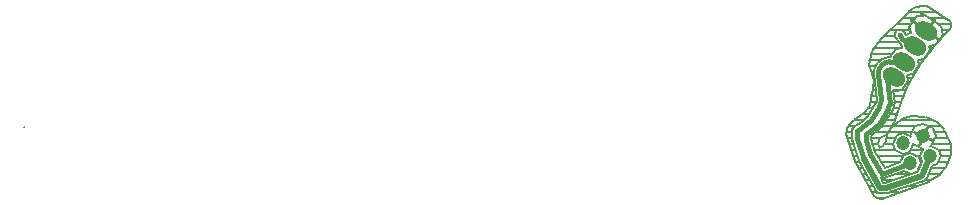
<source format=gbl>
G04*
G04 #@! TF.GenerationSoftware,Altium Limited,Altium Designer,19.1.8 (144)*
G04*
G04 Layer_Physical_Order=2*
G04 Layer_Color=16711680*
%FSAX24Y24*%
%MOIN*%
G70*
G01*
G75*
%ADD10C,0.0100*%
%ADD11C,0.0060*%
%ADD13C,0.0080*%
%ADD14C,0.0150*%
%ADD15C,0.0200*%
%ADD16C,0.0472*%
%ADD17C,0.0160*%
G04:AMPARAMS|DCode=18|XSize=55.1mil|YSize=78.7mil|CornerRadius=0mil|HoleSize=0mil|Usage=FLASHONLY|Rotation=235.000|XOffset=0mil|YOffset=0mil|HoleType=Round|Shape=Round|*
%AMOVALD18*
21,1,0.0236,0.0551,0.0000,0.0000,325.0*
1,1,0.0551,-0.0097,0.0068*
1,1,0.0551,0.0097,-0.0068*
%
%ADD18OVALD18*%

D10*
X044995Y066191D02*
X045400Y065907D01*
X044995Y066191D02*
X045211Y066498D01*
X044591Y066474D02*
X044995Y066191D01*
X044893Y062673D02*
X045197Y062531D01*
X044893Y062673D02*
X045035Y062977D01*
X044588Y062815D02*
X044893Y062673D01*
X044750Y062368D02*
X044893Y062673D01*
D11*
X043080Y063157D02*
G03*
X043091Y063162I000000J000015D01*
G01*
X014935Y062958D02*
G03*
X014928Y062972I-000021J000000D01*
G01*
X043506Y063845D02*
Y063901D01*
X044205Y065226D02*
X044273Y065159D01*
X044989Y062008D02*
X045134D01*
D13*
X045822Y066445D02*
G03*
X045726Y066556I-000112J000000D01*
G01*
X045809Y066285D02*
G03*
X045822Y066319I-000037J000034D01*
G01*
X044841Y067007D02*
G03*
X044409Y066827I000000J-000612D01*
G01*
X044066Y065838D02*
G03*
X044123Y065784I000132J000081D01*
G01*
X044066Y065838D02*
G03*
X044123Y065783I000132J000081D01*
G01*
X044913Y061183D02*
G03*
X045021Y061284I-000058J000170D01*
G01*
X044913Y061183D02*
G03*
X045021Y061283I-000058J000171D01*
G01*
X043798Y065314D02*
G03*
X043715Y065307I000000J-000553D01*
G01*
D02*
G03*
X043246Y064761I000084J-000546D01*
G01*
X043425Y065843D02*
G03*
X043092Y065040I000803J-000803D01*
G01*
X043878Y063526D02*
G03*
X043945Y063752I-000350J000226D01*
G01*
X043848Y063485D02*
G03*
X043878Y063526I-000320J000267D01*
G01*
X043507Y062967D02*
G03*
X043540Y063004I-000097J000121D01*
G01*
X043507Y062967D02*
G03*
X043540Y063004I-000097J000121D01*
G01*
X043320Y063769D02*
G03*
X043351Y063845I-000075J000075D01*
G01*
X043320Y063769D02*
G03*
X043299Y063743I000110J-000110D01*
G01*
X043320Y063769D02*
G03*
X043299Y063743I000110J-000110D01*
G01*
X042602Y062987D02*
G03*
X042534Y062859I000087J-000128D01*
G01*
X043551Y062345D02*
G03*
X043692Y062687I-000343J000342D01*
G01*
X043535Y062641D02*
G03*
X043683Y062731I000000J000168D01*
G01*
X043447Y062291D02*
G03*
X043550Y062345I-000033J000190D01*
G01*
X043535Y062641D02*
G03*
X043459Y062610I000000J-000107D01*
G01*
X043652Y060765D02*
G03*
X043710Y060775I000000J000180D01*
G01*
X043479Y061278D02*
G03*
X043596Y061275I000063J000142D01*
G01*
X043479Y061278D02*
G03*
X043596Y061274I000063J000142D01*
G01*
X043264Y060679D02*
G03*
X043498Y060582I000234J000234D01*
G01*
X043459Y062609D02*
G03*
X043387Y062435I000174J-000174D01*
G01*
D02*
G03*
X043447Y062291I000203J000000D01*
G01*
X042534Y062590D02*
G03*
X042542Y062541I000155J000000D01*
G01*
X042474Y063106D02*
G03*
X042326Y062749I000356J-000356D01*
G01*
X043301Y060858D02*
G03*
X043458Y060765I000157J000088D01*
G01*
X042736Y061962D02*
G03*
X042755Y061837I000176J-000038D01*
G01*
X045822Y066319D02*
Y066445D01*
X045421Y066400D02*
X045822D01*
X045034Y066999D02*
X045726Y066556D01*
X045135Y066600D02*
X045658D01*
X045617Y066076D02*
X045808Y066285D01*
X045501Y066344D02*
X045552Y066055D01*
X044752Y067000D02*
X045032D01*
X044381Y066800D02*
X045345D01*
X044841Y067007D02*
X045007D01*
X044967Y066718D02*
X045501Y066344D01*
X044677Y066667D02*
X044967Y066718D01*
X045526Y066200D02*
X045731D01*
X045389Y065814D02*
X045617Y066076D01*
X045514Y066000D02*
X045551D01*
X045359Y065780D02*
X045389Y065814D01*
X045359Y065780D02*
X045552Y066055D01*
X045300Y065712D02*
X045359Y065780D01*
X045110Y065494D02*
X045300Y065712D01*
X045115Y065600D02*
X045203D01*
X045102Y065677D02*
X045300Y065712D01*
X045102Y065677D02*
X045124Y065549D01*
X044920Y065257D02*
X045124Y065549D01*
X044729Y065224D02*
X044920Y065257D01*
X044826Y065105D02*
X045110Y065494D01*
X044733Y065200D02*
X044895D01*
X044729Y065224D02*
X044763Y065033D01*
X044500Y064551D02*
X044826Y065105D01*
X044439Y066326D02*
X044677Y066667D01*
X044181Y066600D02*
X044631D01*
X044439Y066326D02*
X044476Y066115D01*
X044201Y066207D02*
X044281Y066127D01*
X044207Y066200D02*
X044461D01*
X044348Y066092D02*
X044476Y066115D01*
X044309Y066036D02*
X044348Y066092D01*
X044281Y066082D02*
Y066127D01*
Y066082D02*
X044309Y066036D01*
X043981Y066400D02*
X044491D01*
X044041Y066207D02*
X044201D01*
X043961Y066127D02*
X044041Y066207D01*
X043961Y065967D02*
Y066127D01*
Y065967D02*
X044031Y065897D01*
X044066Y065838D01*
X044559Y064741D02*
X044763Y065033D01*
X044600Y064800D02*
X044647D01*
X044368Y064708D02*
X044559Y064741D01*
X044387Y064600D02*
X044529D01*
X044405Y064369D02*
X044500Y064551D01*
X044320Y064400D02*
X044422D01*
X044368Y064708D02*
X044402Y064517D01*
X044231Y063971D02*
X044405Y064369D01*
X043987Y065576D02*
X044178Y065610D01*
X044198Y064225D02*
X044402Y064517D01*
X044123Y065783D02*
X044150Y065769D01*
X044178Y065610D01*
X044055Y064200D02*
X044331D01*
X044031Y063418D02*
X044231Y063971D01*
X043950Y064182D02*
X044198Y064225D01*
X043940Y063800D02*
X044169D01*
X045605Y062889D02*
X045813Y062405D01*
X045271Y062800D02*
X045643D01*
X045274Y062600D02*
X045729D01*
X045373Y063131D02*
X045595Y062904D01*
X045222Y062934D02*
X045313Y062684D01*
X045180Y062400D02*
X045815D01*
X045814Y062067D02*
X045818Y062384D01*
X045156Y062347D02*
X045313Y062684D01*
X045156Y062347D02*
X045411Y062228D01*
X044978Y063319D02*
X045358Y063141D01*
X045081Y063000D02*
X045501D01*
X044539Y063341D02*
X044959Y063323D01*
X044119Y063200D02*
X045232D01*
X044881Y063093D02*
X045222Y062934D01*
X045125Y062362D02*
X045156Y062347D01*
X045422Y062200D02*
X045815D01*
X045479Y062000D02*
X045793D01*
X045411Y062228D02*
X045488Y062018D01*
X045386Y061800D02*
X045722D01*
X045672Y061657D02*
X045811Y062051D01*
X045470Y061396D02*
X045664Y061642D01*
X045354Y061731D02*
X045488Y062018D01*
X045186Y061670D02*
X045354Y061731D01*
X045156Y061600D02*
X045630D01*
X045071Y061400D02*
X045473D01*
X045021Y061284D02*
X045186Y061670D01*
X044949Y061200D02*
X045153D01*
X045098Y061166D02*
X045457Y061384D01*
X044630Y060995D02*
X045089Y061162D01*
X044631Y063002D02*
X044881Y063093D01*
X044474Y062665D02*
X044631Y063002D01*
X044567Y062409D02*
X044581Y062441D01*
X044900Y062254D02*
X044915Y062285D01*
X044567Y062409D02*
X044900Y062254D01*
X044781Y061999D02*
X044900Y062254D01*
X044160Y063230D02*
X044522Y063339D01*
X044218Y062784D02*
X044474Y062665D01*
X043965Y063204D02*
X044031Y063418D01*
X044008Y062708D02*
X044218Y062784D01*
X044448Y062154D02*
X044567Y062409D01*
X044469Y062200D02*
X044875D01*
X044474Y062665D02*
X044505Y062651D01*
X043951Y062211D02*
X044238Y062077D01*
X044781Y061999D02*
X044852Y061804D01*
X044815Y061800D02*
X044850D01*
X044717Y062000D02*
X044782D01*
X044747Y061986D02*
X044823Y061776D01*
X044722Y061498D02*
X044852Y061804D01*
X044690Y061489D02*
X044823Y061776D01*
X044613Y061461D02*
X044722Y061498D01*
X044613Y061461D02*
X044690Y061489D01*
X044250Y062043D02*
X044460Y062120D01*
X044747Y061986D01*
X044238Y062077D02*
X044448Y062154D01*
X044141Y061809D02*
X044250Y062043D01*
X044475Y061415D02*
X044613Y061461D01*
X044373Y061000D02*
X044643D01*
X044251Y061519D02*
X044475Y061415D01*
X043932Y061400D02*
X044432D01*
X043781Y066200D02*
X044034D01*
X043581Y066000D02*
X043961D01*
X043803Y065314D02*
X043987Y065576D01*
X043721Y065314D02*
X043798D01*
X043888Y064225D02*
X043950Y064182D01*
X043924Y064200D02*
X044055D01*
X043888Y064225D02*
X043944Y063771D01*
X043891Y064200D02*
X043924D01*
X043425Y065843D02*
X044409Y066827D01*
X043240Y065600D02*
X044123D01*
X043384Y065800D02*
X044099D01*
X043151Y065400D02*
X043864D01*
X043103Y065200D02*
X043463D01*
X043247Y064742D02*
X043352Y063882D01*
X043915Y064000D02*
X044244D01*
X043916Y063600D02*
X044097D01*
X043843Y062966D02*
X044142Y063220D01*
X043883Y063000D02*
X044630D01*
X043821Y063443D02*
X043878Y063500D01*
X043821Y063443D02*
X043848Y063485D01*
X043794Y063400D02*
X044025D01*
X043665Y063200D02*
X043964D01*
X043540Y063004D02*
X043821Y063443D01*
X043537Y063000D02*
X043845D01*
X043298Y062800D02*
X043725D01*
X043747D02*
X044537D01*
X043226Y064600D02*
X043264D01*
X043241Y064400D02*
X043289D01*
X043184Y064800D02*
X043247D01*
X043228Y064216D02*
X043247Y064498D01*
X043223Y064200D02*
X043313D01*
X043106Y065000D02*
X043300D01*
X043170Y064863D02*
X043247Y064498D01*
X043097Y065019D02*
X043170Y064863D01*
X043172Y064023D02*
X043228Y064216D01*
X043169Y064000D02*
X043338D01*
X043141Y063800D02*
X043342D01*
X043150Y063828D02*
X043170Y064014D01*
X043094Y063658D02*
X043150Y063828D01*
X043049Y063352D02*
X043299Y063743D01*
X043055Y063600D02*
X043207D01*
X042971Y063474D02*
X043094Y063658D01*
X042876Y063400D02*
X043079D01*
X042792Y063335D02*
X042971Y063474D01*
X042858Y063161D02*
X043049Y063352D01*
X042607Y063202D02*
X042792Y063335D01*
X042641Y063014D02*
X042858Y063161D01*
X042604Y063200D02*
X042897D01*
X042602Y062987D02*
X042641Y063014D01*
X042483Y063113D02*
X042606Y063202D01*
X042393Y063000D02*
X042598D01*
X042534Y062936D02*
X042612Y063014D01*
X042534Y062859D02*
Y062936D01*
X042329Y062800D02*
X042534D01*
X043875Y062421D02*
X044008Y062708D01*
X043683Y062731D02*
X043960Y063192D01*
X043684Y062600D02*
X043958D01*
X043699Y062712D02*
X043831Y062952D01*
X043598Y062400D02*
X043882D01*
X043608Y061610D02*
X044141Y061809D01*
X043596Y061275D02*
X044251Y061519D01*
X043875Y062421D02*
X043951Y062211D01*
X043142Y062674D02*
X043507Y062967D01*
X043376Y062000D02*
X044230D01*
X043495Y061800D02*
X044117D01*
X043268Y062200D02*
X043975D01*
X043283Y062156D02*
X043608Y061610D01*
X043622Y061125D02*
X044475Y061415D01*
X043773Y060796D02*
X044913Y061183D01*
X043564Y061125D02*
X043622D01*
X043784Y060800D02*
X044100D01*
X043742Y060765D02*
X043773Y060796D01*
X043710Y060775D02*
X043773Y060796D01*
X043652Y060765D02*
X043742D01*
X043522Y061200D02*
X043842D01*
X043479Y061278D02*
X043564Y061125D01*
X043515Y060585D02*
X044630Y060995D01*
X043458Y060765D02*
X043652D01*
X043390Y060600D02*
X043557D01*
X043142Y062600D02*
X043450D01*
X043142Y062578D02*
Y062674D01*
X042542Y062541D02*
X042561Y062487D01*
X043201Y062400D02*
X043390D01*
X043142Y062578D02*
X043283Y062156D01*
X042561Y062487D02*
X042736Y061962D01*
X042534Y062590D02*
Y062859D01*
X042372Y062600D02*
X042534D01*
X042329Y062734D02*
X042620Y061840D01*
X042437Y062400D02*
X042590D01*
X042534Y062513D02*
Y062590D01*
Y062513D02*
X042561Y062487D01*
X043278Y060855D02*
Y060899D01*
X043301Y060858D01*
X042973Y061200D02*
X043110D01*
X043084Y061000D02*
X043222D01*
X043368Y060765D02*
X043458D01*
X043278Y060855D02*
X043368Y060765D01*
X043195Y060800D02*
X043334D01*
X042641Y061800D02*
X042775D01*
X042502Y062200D02*
X042656D01*
X042568Y062000D02*
X042723D01*
X042755Y061837D02*
X043278Y060899D01*
X042624Y061831D02*
X043256Y060690D01*
X042752Y061600D02*
X042887D01*
X042862Y061400D02*
X042998D01*
D14*
X043713Y063567D02*
G03*
X043723Y063578I-000185J000185D01*
G01*
X043798Y065159D02*
G03*
X043401Y064761I000000J-000398D01*
G01*
X043430Y063660D02*
G03*
X043506Y063845I-000185J000185D01*
G01*
X043723Y063578D02*
G03*
X043790Y063752I-000195J000174D01*
G01*
X044121Y066047D02*
X044199Y065919D01*
X044634Y065675D01*
X043798Y065159D02*
X044273D01*
X043723Y063578D02*
X043726Y063582D01*
X043723Y063578D02*
X043723Y063578D01*
X043723Y063578D02*
X043723Y063578D01*
X043401Y064761D02*
X043506Y063901D01*
X043146Y063217D02*
X043430Y063660D01*
X042689Y062590D02*
X042912Y061925D01*
X042689Y062590D02*
Y062859D01*
X043141Y062091D02*
X043541Y061420D01*
X042987Y062553D02*
X043141Y062091D01*
X043541Y061420D02*
X044470Y061766D01*
X043410Y063088D02*
X043723Y063578D01*
X043723Y063578D01*
X042987Y062749D02*
X043410Y063088D01*
X042987Y062553D02*
Y062749D01*
X043684Y064612D02*
X043790Y063752D01*
X042999Y063070D02*
X043146Y063217D01*
X042689Y062859D02*
X042999Y063070D01*
D15*
X042912Y061925D02*
X043458Y060945D01*
X043652D01*
X044856Y061354D01*
X045134Y062008D01*
D16*
X044228Y062431D02*
D03*
X044470Y061766D02*
D03*
X045134Y062008D02*
D03*
X044893Y062673D02*
D03*
D17*
X044853Y066713D02*
D03*
X045263Y066589D02*
D03*
X044509Y066530D02*
D03*
X044121Y066047D02*
D03*
D18*
X043912Y064643D02*
D03*
X044273Y065159D02*
D03*
X044995Y066191D02*
D03*
X044634Y065675D02*
D03*
M02*

</source>
